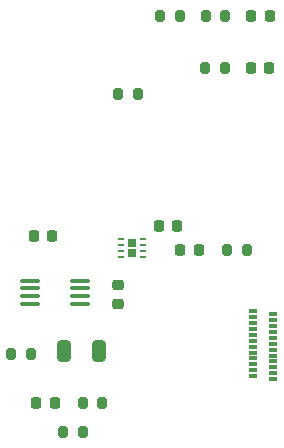
<source format=gbr>
%TF.GenerationSoftware,KiCad,Pcbnew,6.0.11-2627ca5db0~126~ubuntu20.04.1*%
%TF.CreationDate,2023-04-04T23:53:03+02:00*%
%TF.ProjectId,PCB chowndolo,50434220-6368-46f7-976e-646f6c6f2e6b,rev?*%
%TF.SameCoordinates,Original*%
%TF.FileFunction,Paste,Top*%
%TF.FilePolarity,Positive*%
%FSLAX46Y46*%
G04 Gerber Fmt 4.6, Leading zero omitted, Abs format (unit mm)*
G04 Created by KiCad (PCBNEW 6.0.11-2627ca5db0~126~ubuntu20.04.1) date 2023-04-04 23:53:03*
%MOMM*%
%LPD*%
G01*
G04 APERTURE LIST*
G04 Aperture macros list*
%AMRoundRect*
0 Rectangle with rounded corners*
0 $1 Rounding radius*
0 $2 $3 $4 $5 $6 $7 $8 $9 X,Y pos of 4 corners*
0 Add a 4 corners polygon primitive as box body*
4,1,4,$2,$3,$4,$5,$6,$7,$8,$9,$2,$3,0*
0 Add four circle primitives for the rounded corners*
1,1,$1+$1,$2,$3*
1,1,$1+$1,$4,$5*
1,1,$1+$1,$6,$7*
1,1,$1+$1,$8,$9*
0 Add four rect primitives between the rounded corners*
20,1,$1+$1,$2,$3,$4,$5,0*
20,1,$1+$1,$4,$5,$6,$7,0*
20,1,$1+$1,$6,$7,$8,$9,0*
20,1,$1+$1,$8,$9,$2,$3,0*%
G04 Aperture macros list end*
%ADD10RoundRect,0.225000X-0.225000X-0.250000X0.225000X-0.250000X0.225000X0.250000X-0.225000X0.250000X0*%
%ADD11RoundRect,0.200000X0.200000X0.275000X-0.200000X0.275000X-0.200000X-0.275000X0.200000X-0.275000X0*%
%ADD12RoundRect,0.225000X0.225000X0.250000X-0.225000X0.250000X-0.225000X-0.250000X0.225000X-0.250000X0*%
%ADD13R,0.700000X0.300000*%
%ADD14R,0.750000X0.650000*%
%ADD15R,0.500000X0.250000*%
%ADD16RoundRect,0.100000X0.712500X0.100000X-0.712500X0.100000X-0.712500X-0.100000X0.712500X-0.100000X0*%
%ADD17RoundRect,0.250000X0.325000X0.650000X-0.325000X0.650000X-0.325000X-0.650000X0.325000X-0.650000X0*%
%ADD18RoundRect,0.225000X0.250000X-0.225000X0.250000X0.225000X-0.250000X0.225000X-0.250000X-0.225000X0*%
G04 APERTURE END LIST*
D10*
%TO.C,C2*%
X123250000Y-85400000D03*
X124800000Y-85400000D03*
%TD*%
%TO.C,C3*%
X133850000Y-84600000D03*
X135400000Y-84600000D03*
%TD*%
D11*
%TO.C,R3*%
X127400000Y-102000000D03*
X125750000Y-102000000D03*
%TD*%
D12*
%TO.C,C8*%
X137200000Y-86600000D03*
X135650000Y-86600000D03*
%TD*%
D10*
%TO.C,C5*%
X123450000Y-99600000D03*
X125000000Y-99600000D03*
%TD*%
D11*
%TO.C,R1*%
X139450000Y-66800000D03*
X137800000Y-66800000D03*
%TD*%
D12*
%TO.C,C6*%
X143200000Y-66800000D03*
X141650000Y-66800000D03*
%TD*%
D11*
%TO.C,R7*%
X129050000Y-99600000D03*
X127400000Y-99600000D03*
%TD*%
D13*
%TO.C,J1*%
X143500000Y-92050000D03*
X143500000Y-92550000D03*
X143500000Y-93050000D03*
X143500000Y-93550000D03*
X143500000Y-94050000D03*
X143500000Y-94550000D03*
X143500000Y-95050000D03*
X143500000Y-95550000D03*
X143500000Y-96050000D03*
X143500000Y-96550000D03*
X143500000Y-97050000D03*
X143500000Y-97550000D03*
X141800000Y-97300000D03*
X141800000Y-96800000D03*
X141800000Y-96300000D03*
X141800000Y-95800000D03*
X141800000Y-95300000D03*
X141800000Y-94800000D03*
X141800000Y-94300000D03*
X141800000Y-93800000D03*
X141800000Y-93300000D03*
X141800000Y-92800000D03*
X141800000Y-92300000D03*
X141800000Y-91800000D03*
%TD*%
D11*
%TO.C,R8*%
X135600000Y-66800000D03*
X133950000Y-66800000D03*
%TD*%
D14*
%TO.C,U1*%
X131550000Y-86850000D03*
X131550000Y-86050000D03*
D15*
X130600000Y-85700000D03*
X130600000Y-86200000D03*
X130600000Y-86700000D03*
X130600000Y-87200000D03*
X132500000Y-87200000D03*
X132500000Y-86700000D03*
X132500000Y-86200000D03*
X132500000Y-85700000D03*
%TD*%
D16*
%TO.C,U2*%
X127112500Y-91175000D03*
X127112500Y-90525000D03*
X127112500Y-89875000D03*
X127112500Y-89225000D03*
X122887500Y-89225000D03*
X122887500Y-89875000D03*
X122887500Y-90525000D03*
X122887500Y-91175000D03*
%TD*%
D12*
%TO.C,C1*%
X143150000Y-71200000D03*
X141600000Y-71200000D03*
%TD*%
D11*
%TO.C,R6*%
X132050000Y-73400000D03*
X130400000Y-73400000D03*
%TD*%
%TO.C,R5*%
X139425000Y-71200000D03*
X137775000Y-71200000D03*
%TD*%
%TO.C,R4*%
X123000000Y-95400000D03*
X121350000Y-95400000D03*
%TD*%
D17*
%TO.C,C7*%
X128750000Y-95200000D03*
X125800000Y-95200000D03*
%TD*%
D18*
%TO.C,C4*%
X130400000Y-91150000D03*
X130400000Y-89600000D03*
%TD*%
D11*
%TO.C,R2*%
X141250000Y-86600000D03*
X139600000Y-86600000D03*
%TD*%
M02*

</source>
